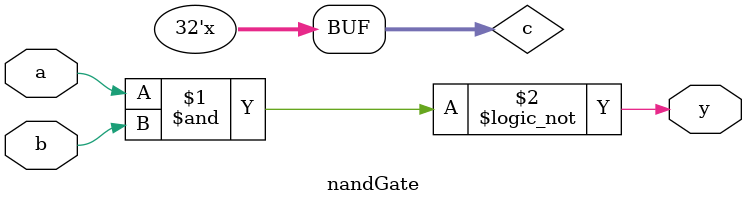
<source format=v>
/**
 * Copyright 2017 Emilio Rojas
 *
 * Permission is hereby granted, free of charge, to any person obtaining a copy
 * of this software and associated documentation files (the "Software"), to deal
 * in the Software without restriction, including without limitation the rights
 * to use, copy, modify, merge, publish, distribute, sublicense, and/or sell
 * copies of the Software, and to permit persons to whom the Software is
 * furnished to do so, subject to the following conditions:
 *
 * The above copyright notice and this permission notice shall be included in
 * all copies or substantial portions of the Software.
 *
 * THE SOFTWARE IS PROVIDED "AS IS", WITHOUT WARRANTY OF ANY KIND, EXPRESS OR
 * IMPLIED, INCLUDING BUT NOT LIMITED TO THE WARRANTIES OF MERCHANTABILITY,
 * FITNESS FOR A PARTICULAR PURPOSE AND NONINFRINGEMENT. IN NO EVENT SHALL THE
 * AUTHORS OR COPYRIGHT HOLDERS BE LIABLE FOR ANY CLAIM, DAMAGES OR OTHER
 * LIABILITY, WHETHER IN AN ACTION OF CONTRACT, TORT OR OTHERWISE, ARISING FROM,
 * OUT OF OR IN CONNECTION WITH THE SOFTWARE OR THE USE OR OTHER DEALINGS IN THE
 * SOFTWARE.
 */

`timescale 1ns/1ps

/*
  Compuerta NAND
  74AC11000
  QUADRUPLE 2-INPUT POSITIVE-NAND GATE
  http://www.ti.com/lit/ds/symlink/74ac11000.pdf
  @ 3.3V
 */
module nandGate (
  input a,  // entrada 1
  input b,  // entrada 2
  output y  // salida
);

  parameter tpdmin = 1.5;  // ns, máximo de los mínimos
  parameter tpdmax = 11.1; // ns, máximo de los máximos

  parameter Vcc = 3.3; // V
  parameter Cl = 0.05; // nF, 50pF

  // solo lógica combinacional
  wire a, b, y;

  integer c;
  initial c=0;

  assign #(tpdmin:tpdmax:tpdmax) y = !(a & b);

  always @ (y) begin
    c=c+1;
    // $display("     Potencia disipada por la compuerta NAND: %f", c * Cl * Vcc);
  end
endmodule

</source>
